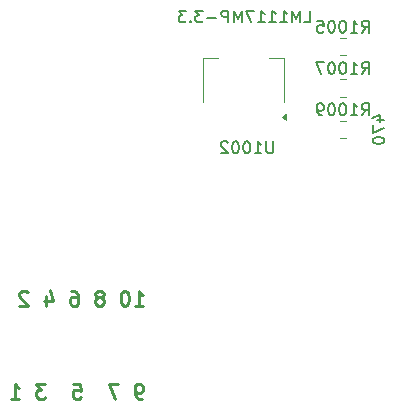
<source format=gbr>
%TF.GenerationSoftware,KiCad,Pcbnew,8.0.1*%
%TF.CreationDate,2024-03-28T11:36:42+01:00*%
%TF.ProjectId,pc1715-esp32vga,70633137-3135-42d6-9573-703332766761,rev?*%
%TF.SameCoordinates,Original*%
%TF.FileFunction,Legend,Bot*%
%TF.FilePolarity,Positive*%
%FSLAX46Y46*%
G04 Gerber Fmt 4.6, Leading zero omitted, Abs format (unit mm)*
G04 Created by KiCad (PCBNEW 8.0.1) date 2024-03-28 11:36:42*
%MOMM*%
%LPD*%
G01*
G04 APERTURE LIST*
%ADD10C,0.250000*%
%ADD11C,0.150000*%
%ADD12C,0.120000*%
G04 APERTURE END LIST*
D10*
X161443146Y-76542023D02*
X162157431Y-76542023D01*
X161800288Y-76542023D02*
X161800288Y-75292023D01*
X161800288Y-75292023D02*
X161919336Y-75470595D01*
X161919336Y-75470595D02*
X162038384Y-75589642D01*
X162038384Y-75589642D02*
X162157431Y-75649166D01*
X160669336Y-75292023D02*
X160550289Y-75292023D01*
X160550289Y-75292023D02*
X160431241Y-75351547D01*
X160431241Y-75351547D02*
X160371717Y-75411071D01*
X160371717Y-75411071D02*
X160312193Y-75530119D01*
X160312193Y-75530119D02*
X160252670Y-75768214D01*
X160252670Y-75768214D02*
X160252670Y-76065833D01*
X160252670Y-76065833D02*
X160312193Y-76303928D01*
X160312193Y-76303928D02*
X160371717Y-76422976D01*
X160371717Y-76422976D02*
X160431241Y-76482500D01*
X160431241Y-76482500D02*
X160550289Y-76542023D01*
X160550289Y-76542023D02*
X160669336Y-76542023D01*
X160669336Y-76542023D02*
X160788384Y-76482500D01*
X160788384Y-76482500D02*
X160847908Y-76422976D01*
X160847908Y-76422976D02*
X160907431Y-76303928D01*
X160907431Y-76303928D02*
X160966955Y-76065833D01*
X160966955Y-76065833D02*
X160966955Y-75768214D01*
X160966955Y-75768214D02*
X160907431Y-75530119D01*
X160907431Y-75530119D02*
X160847908Y-75411071D01*
X160847908Y-75411071D02*
X160788384Y-75351547D01*
X160788384Y-75351547D02*
X160669336Y-75292023D01*
X158586003Y-75827738D02*
X158705051Y-75768214D01*
X158705051Y-75768214D02*
X158764574Y-75708690D01*
X158764574Y-75708690D02*
X158824098Y-75589642D01*
X158824098Y-75589642D02*
X158824098Y-75530119D01*
X158824098Y-75530119D02*
X158764574Y-75411071D01*
X158764574Y-75411071D02*
X158705051Y-75351547D01*
X158705051Y-75351547D02*
X158586003Y-75292023D01*
X158586003Y-75292023D02*
X158347908Y-75292023D01*
X158347908Y-75292023D02*
X158228860Y-75351547D01*
X158228860Y-75351547D02*
X158169336Y-75411071D01*
X158169336Y-75411071D02*
X158109813Y-75530119D01*
X158109813Y-75530119D02*
X158109813Y-75589642D01*
X158109813Y-75589642D02*
X158169336Y-75708690D01*
X158169336Y-75708690D02*
X158228860Y-75768214D01*
X158228860Y-75768214D02*
X158347908Y-75827738D01*
X158347908Y-75827738D02*
X158586003Y-75827738D01*
X158586003Y-75827738D02*
X158705051Y-75887261D01*
X158705051Y-75887261D02*
X158764574Y-75946785D01*
X158764574Y-75946785D02*
X158824098Y-76065833D01*
X158824098Y-76065833D02*
X158824098Y-76303928D01*
X158824098Y-76303928D02*
X158764574Y-76422976D01*
X158764574Y-76422976D02*
X158705051Y-76482500D01*
X158705051Y-76482500D02*
X158586003Y-76542023D01*
X158586003Y-76542023D02*
X158347908Y-76542023D01*
X158347908Y-76542023D02*
X158228860Y-76482500D01*
X158228860Y-76482500D02*
X158169336Y-76422976D01*
X158169336Y-76422976D02*
X158109813Y-76303928D01*
X158109813Y-76303928D02*
X158109813Y-76065833D01*
X158109813Y-76065833D02*
X158169336Y-75946785D01*
X158169336Y-75946785D02*
X158228860Y-75887261D01*
X158228860Y-75887261D02*
X158347908Y-75827738D01*
X156086003Y-75292023D02*
X156324098Y-75292023D01*
X156324098Y-75292023D02*
X156443146Y-75351547D01*
X156443146Y-75351547D02*
X156502670Y-75411071D01*
X156502670Y-75411071D02*
X156621717Y-75589642D01*
X156621717Y-75589642D02*
X156681241Y-75827738D01*
X156681241Y-75827738D02*
X156681241Y-76303928D01*
X156681241Y-76303928D02*
X156621717Y-76422976D01*
X156621717Y-76422976D02*
X156562194Y-76482500D01*
X156562194Y-76482500D02*
X156443146Y-76542023D01*
X156443146Y-76542023D02*
X156205051Y-76542023D01*
X156205051Y-76542023D02*
X156086003Y-76482500D01*
X156086003Y-76482500D02*
X156026479Y-76422976D01*
X156026479Y-76422976D02*
X155966956Y-76303928D01*
X155966956Y-76303928D02*
X155966956Y-76006309D01*
X155966956Y-76006309D02*
X156026479Y-75887261D01*
X156026479Y-75887261D02*
X156086003Y-75827738D01*
X156086003Y-75827738D02*
X156205051Y-75768214D01*
X156205051Y-75768214D02*
X156443146Y-75768214D01*
X156443146Y-75768214D02*
X156562194Y-75827738D01*
X156562194Y-75827738D02*
X156621717Y-75887261D01*
X156621717Y-75887261D02*
X156681241Y-76006309D01*
X153943146Y-75708690D02*
X153943146Y-76542023D01*
X154240765Y-75232500D02*
X154538384Y-76125357D01*
X154538384Y-76125357D02*
X153764575Y-76125357D01*
X152395527Y-75411071D02*
X152336003Y-75351547D01*
X152336003Y-75351547D02*
X152216956Y-75292023D01*
X152216956Y-75292023D02*
X151919337Y-75292023D01*
X151919337Y-75292023D02*
X151800289Y-75351547D01*
X151800289Y-75351547D02*
X151740765Y-75411071D01*
X151740765Y-75411071D02*
X151681242Y-75530119D01*
X151681242Y-75530119D02*
X151681242Y-75649166D01*
X151681242Y-75649166D02*
X151740765Y-75827738D01*
X151740765Y-75827738D02*
X152455051Y-76542023D01*
X152455051Y-76542023D02*
X151681242Y-76542023D01*
X162038384Y-84416023D02*
X161800288Y-84416023D01*
X161800288Y-84416023D02*
X161681241Y-84356500D01*
X161681241Y-84356500D02*
X161621717Y-84296976D01*
X161621717Y-84296976D02*
X161502669Y-84118404D01*
X161502669Y-84118404D02*
X161443146Y-83880309D01*
X161443146Y-83880309D02*
X161443146Y-83404119D01*
X161443146Y-83404119D02*
X161502669Y-83285071D01*
X161502669Y-83285071D02*
X161562193Y-83225547D01*
X161562193Y-83225547D02*
X161681241Y-83166023D01*
X161681241Y-83166023D02*
X161919336Y-83166023D01*
X161919336Y-83166023D02*
X162038384Y-83225547D01*
X162038384Y-83225547D02*
X162097907Y-83285071D01*
X162097907Y-83285071D02*
X162157431Y-83404119D01*
X162157431Y-83404119D02*
X162157431Y-83701738D01*
X162157431Y-83701738D02*
X162097907Y-83820785D01*
X162097907Y-83820785D02*
X162038384Y-83880309D01*
X162038384Y-83880309D02*
X161919336Y-83939833D01*
X161919336Y-83939833D02*
X161681241Y-83939833D01*
X161681241Y-83939833D02*
X161562193Y-83880309D01*
X161562193Y-83880309D02*
X161502669Y-83820785D01*
X161502669Y-83820785D02*
X161443146Y-83701738D01*
X160074098Y-83166023D02*
X159240765Y-83166023D01*
X159240765Y-83166023D02*
X159776479Y-84416023D01*
X156264574Y-83166023D02*
X156859812Y-83166023D01*
X156859812Y-83166023D02*
X156919336Y-83761261D01*
X156919336Y-83761261D02*
X156859812Y-83701738D01*
X156859812Y-83701738D02*
X156740765Y-83642214D01*
X156740765Y-83642214D02*
X156443146Y-83642214D01*
X156443146Y-83642214D02*
X156324098Y-83701738D01*
X156324098Y-83701738D02*
X156264574Y-83761261D01*
X156264574Y-83761261D02*
X156205051Y-83880309D01*
X156205051Y-83880309D02*
X156205051Y-84177928D01*
X156205051Y-84177928D02*
X156264574Y-84296976D01*
X156264574Y-84296976D02*
X156324098Y-84356500D01*
X156324098Y-84356500D02*
X156443146Y-84416023D01*
X156443146Y-84416023D02*
X156740765Y-84416023D01*
X156740765Y-84416023D02*
X156859812Y-84356500D01*
X156859812Y-84356500D02*
X156919336Y-84296976D01*
X153883622Y-83166023D02*
X153109813Y-83166023D01*
X153109813Y-83166023D02*
X153526479Y-83642214D01*
X153526479Y-83642214D02*
X153347908Y-83642214D01*
X153347908Y-83642214D02*
X153228860Y-83701738D01*
X153228860Y-83701738D02*
X153169336Y-83761261D01*
X153169336Y-83761261D02*
X153109813Y-83880309D01*
X153109813Y-83880309D02*
X153109813Y-84177928D01*
X153109813Y-84177928D02*
X153169336Y-84296976D01*
X153169336Y-84296976D02*
X153228860Y-84356500D01*
X153228860Y-84356500D02*
X153347908Y-84416023D01*
X153347908Y-84416023D02*
X153705051Y-84416023D01*
X153705051Y-84416023D02*
X153824098Y-84356500D01*
X153824098Y-84356500D02*
X153883622Y-84296976D01*
X150966956Y-84416023D02*
X151681241Y-84416023D01*
X151324098Y-84416023D02*
X151324098Y-83166023D01*
X151324098Y-83166023D02*
X151443146Y-83344595D01*
X151443146Y-83344595D02*
X151562194Y-83463642D01*
X151562194Y-83463642D02*
X151681241Y-83523166D01*
D11*
X180681238Y-56914819D02*
X181014571Y-56438628D01*
X181252666Y-56914819D02*
X181252666Y-55914819D01*
X181252666Y-55914819D02*
X180871714Y-55914819D01*
X180871714Y-55914819D02*
X180776476Y-55962438D01*
X180776476Y-55962438D02*
X180728857Y-56010057D01*
X180728857Y-56010057D02*
X180681238Y-56105295D01*
X180681238Y-56105295D02*
X180681238Y-56248152D01*
X180681238Y-56248152D02*
X180728857Y-56343390D01*
X180728857Y-56343390D02*
X180776476Y-56391009D01*
X180776476Y-56391009D02*
X180871714Y-56438628D01*
X180871714Y-56438628D02*
X181252666Y-56438628D01*
X179728857Y-56914819D02*
X180300285Y-56914819D01*
X180014571Y-56914819D02*
X180014571Y-55914819D01*
X180014571Y-55914819D02*
X180109809Y-56057676D01*
X180109809Y-56057676D02*
X180205047Y-56152914D01*
X180205047Y-56152914D02*
X180300285Y-56200533D01*
X179109809Y-55914819D02*
X179014571Y-55914819D01*
X179014571Y-55914819D02*
X178919333Y-55962438D01*
X178919333Y-55962438D02*
X178871714Y-56010057D01*
X178871714Y-56010057D02*
X178824095Y-56105295D01*
X178824095Y-56105295D02*
X178776476Y-56295771D01*
X178776476Y-56295771D02*
X178776476Y-56533866D01*
X178776476Y-56533866D02*
X178824095Y-56724342D01*
X178824095Y-56724342D02*
X178871714Y-56819580D01*
X178871714Y-56819580D02*
X178919333Y-56867200D01*
X178919333Y-56867200D02*
X179014571Y-56914819D01*
X179014571Y-56914819D02*
X179109809Y-56914819D01*
X179109809Y-56914819D02*
X179205047Y-56867200D01*
X179205047Y-56867200D02*
X179252666Y-56819580D01*
X179252666Y-56819580D02*
X179300285Y-56724342D01*
X179300285Y-56724342D02*
X179347904Y-56533866D01*
X179347904Y-56533866D02*
X179347904Y-56295771D01*
X179347904Y-56295771D02*
X179300285Y-56105295D01*
X179300285Y-56105295D02*
X179252666Y-56010057D01*
X179252666Y-56010057D02*
X179205047Y-55962438D01*
X179205047Y-55962438D02*
X179109809Y-55914819D01*
X178157428Y-55914819D02*
X178062190Y-55914819D01*
X178062190Y-55914819D02*
X177966952Y-55962438D01*
X177966952Y-55962438D02*
X177919333Y-56010057D01*
X177919333Y-56010057D02*
X177871714Y-56105295D01*
X177871714Y-56105295D02*
X177824095Y-56295771D01*
X177824095Y-56295771D02*
X177824095Y-56533866D01*
X177824095Y-56533866D02*
X177871714Y-56724342D01*
X177871714Y-56724342D02*
X177919333Y-56819580D01*
X177919333Y-56819580D02*
X177966952Y-56867200D01*
X177966952Y-56867200D02*
X178062190Y-56914819D01*
X178062190Y-56914819D02*
X178157428Y-56914819D01*
X178157428Y-56914819D02*
X178252666Y-56867200D01*
X178252666Y-56867200D02*
X178300285Y-56819580D01*
X178300285Y-56819580D02*
X178347904Y-56724342D01*
X178347904Y-56724342D02*
X178395523Y-56533866D01*
X178395523Y-56533866D02*
X178395523Y-56295771D01*
X178395523Y-56295771D02*
X178347904Y-56105295D01*
X178347904Y-56105295D02*
X178300285Y-56010057D01*
X178300285Y-56010057D02*
X178252666Y-55962438D01*
X178252666Y-55962438D02*
X178157428Y-55914819D01*
X177490761Y-55914819D02*
X176824095Y-55914819D01*
X176824095Y-55914819D02*
X177252666Y-56914819D01*
X180681238Y-53414819D02*
X181014571Y-52938628D01*
X181252666Y-53414819D02*
X181252666Y-52414819D01*
X181252666Y-52414819D02*
X180871714Y-52414819D01*
X180871714Y-52414819D02*
X180776476Y-52462438D01*
X180776476Y-52462438D02*
X180728857Y-52510057D01*
X180728857Y-52510057D02*
X180681238Y-52605295D01*
X180681238Y-52605295D02*
X180681238Y-52748152D01*
X180681238Y-52748152D02*
X180728857Y-52843390D01*
X180728857Y-52843390D02*
X180776476Y-52891009D01*
X180776476Y-52891009D02*
X180871714Y-52938628D01*
X180871714Y-52938628D02*
X181252666Y-52938628D01*
X179728857Y-53414819D02*
X180300285Y-53414819D01*
X180014571Y-53414819D02*
X180014571Y-52414819D01*
X180014571Y-52414819D02*
X180109809Y-52557676D01*
X180109809Y-52557676D02*
X180205047Y-52652914D01*
X180205047Y-52652914D02*
X180300285Y-52700533D01*
X179109809Y-52414819D02*
X179014571Y-52414819D01*
X179014571Y-52414819D02*
X178919333Y-52462438D01*
X178919333Y-52462438D02*
X178871714Y-52510057D01*
X178871714Y-52510057D02*
X178824095Y-52605295D01*
X178824095Y-52605295D02*
X178776476Y-52795771D01*
X178776476Y-52795771D02*
X178776476Y-53033866D01*
X178776476Y-53033866D02*
X178824095Y-53224342D01*
X178824095Y-53224342D02*
X178871714Y-53319580D01*
X178871714Y-53319580D02*
X178919333Y-53367200D01*
X178919333Y-53367200D02*
X179014571Y-53414819D01*
X179014571Y-53414819D02*
X179109809Y-53414819D01*
X179109809Y-53414819D02*
X179205047Y-53367200D01*
X179205047Y-53367200D02*
X179252666Y-53319580D01*
X179252666Y-53319580D02*
X179300285Y-53224342D01*
X179300285Y-53224342D02*
X179347904Y-53033866D01*
X179347904Y-53033866D02*
X179347904Y-52795771D01*
X179347904Y-52795771D02*
X179300285Y-52605295D01*
X179300285Y-52605295D02*
X179252666Y-52510057D01*
X179252666Y-52510057D02*
X179205047Y-52462438D01*
X179205047Y-52462438D02*
X179109809Y-52414819D01*
X178157428Y-52414819D02*
X178062190Y-52414819D01*
X178062190Y-52414819D02*
X177966952Y-52462438D01*
X177966952Y-52462438D02*
X177919333Y-52510057D01*
X177919333Y-52510057D02*
X177871714Y-52605295D01*
X177871714Y-52605295D02*
X177824095Y-52795771D01*
X177824095Y-52795771D02*
X177824095Y-53033866D01*
X177824095Y-53033866D02*
X177871714Y-53224342D01*
X177871714Y-53224342D02*
X177919333Y-53319580D01*
X177919333Y-53319580D02*
X177966952Y-53367200D01*
X177966952Y-53367200D02*
X178062190Y-53414819D01*
X178062190Y-53414819D02*
X178157428Y-53414819D01*
X178157428Y-53414819D02*
X178252666Y-53367200D01*
X178252666Y-53367200D02*
X178300285Y-53319580D01*
X178300285Y-53319580D02*
X178347904Y-53224342D01*
X178347904Y-53224342D02*
X178395523Y-53033866D01*
X178395523Y-53033866D02*
X178395523Y-52795771D01*
X178395523Y-52795771D02*
X178347904Y-52605295D01*
X178347904Y-52605295D02*
X178300285Y-52510057D01*
X178300285Y-52510057D02*
X178252666Y-52462438D01*
X178252666Y-52462438D02*
X178157428Y-52414819D01*
X176919333Y-52414819D02*
X177395523Y-52414819D01*
X177395523Y-52414819D02*
X177443142Y-52891009D01*
X177443142Y-52891009D02*
X177395523Y-52843390D01*
X177395523Y-52843390D02*
X177300285Y-52795771D01*
X177300285Y-52795771D02*
X177062190Y-52795771D01*
X177062190Y-52795771D02*
X176966952Y-52843390D01*
X176966952Y-52843390D02*
X176919333Y-52891009D01*
X176919333Y-52891009D02*
X176871714Y-52986247D01*
X176871714Y-52986247D02*
X176871714Y-53224342D01*
X176871714Y-53224342D02*
X176919333Y-53319580D01*
X176919333Y-53319580D02*
X176966952Y-53367200D01*
X176966952Y-53367200D02*
X177062190Y-53414819D01*
X177062190Y-53414819D02*
X177300285Y-53414819D01*
X177300285Y-53414819D02*
X177395523Y-53367200D01*
X177395523Y-53367200D02*
X177443142Y-53319580D01*
X173176974Y-62626318D02*
X173176974Y-63435841D01*
X173176974Y-63435841D02*
X173129355Y-63531079D01*
X173129355Y-63531079D02*
X173081736Y-63578699D01*
X173081736Y-63578699D02*
X172986498Y-63626318D01*
X172986498Y-63626318D02*
X172796022Y-63626318D01*
X172796022Y-63626318D02*
X172700784Y-63578699D01*
X172700784Y-63578699D02*
X172653165Y-63531079D01*
X172653165Y-63531079D02*
X172605546Y-63435841D01*
X172605546Y-63435841D02*
X172605546Y-62626318D01*
X171605546Y-63626318D02*
X172176974Y-63626318D01*
X171891260Y-63626318D02*
X171891260Y-62626318D01*
X171891260Y-62626318D02*
X171986498Y-62769175D01*
X171986498Y-62769175D02*
X172081736Y-62864413D01*
X172081736Y-62864413D02*
X172176974Y-62912032D01*
X170986498Y-62626318D02*
X170891260Y-62626318D01*
X170891260Y-62626318D02*
X170796022Y-62673937D01*
X170796022Y-62673937D02*
X170748403Y-62721556D01*
X170748403Y-62721556D02*
X170700784Y-62816794D01*
X170700784Y-62816794D02*
X170653165Y-63007270D01*
X170653165Y-63007270D02*
X170653165Y-63245365D01*
X170653165Y-63245365D02*
X170700784Y-63435841D01*
X170700784Y-63435841D02*
X170748403Y-63531079D01*
X170748403Y-63531079D02*
X170796022Y-63578699D01*
X170796022Y-63578699D02*
X170891260Y-63626318D01*
X170891260Y-63626318D02*
X170986498Y-63626318D01*
X170986498Y-63626318D02*
X171081736Y-63578699D01*
X171081736Y-63578699D02*
X171129355Y-63531079D01*
X171129355Y-63531079D02*
X171176974Y-63435841D01*
X171176974Y-63435841D02*
X171224593Y-63245365D01*
X171224593Y-63245365D02*
X171224593Y-63007270D01*
X171224593Y-63007270D02*
X171176974Y-62816794D01*
X171176974Y-62816794D02*
X171129355Y-62721556D01*
X171129355Y-62721556D02*
X171081736Y-62673937D01*
X171081736Y-62673937D02*
X170986498Y-62626318D01*
X170034117Y-62626318D02*
X169938879Y-62626318D01*
X169938879Y-62626318D02*
X169843641Y-62673937D01*
X169843641Y-62673937D02*
X169796022Y-62721556D01*
X169796022Y-62721556D02*
X169748403Y-62816794D01*
X169748403Y-62816794D02*
X169700784Y-63007270D01*
X169700784Y-63007270D02*
X169700784Y-63245365D01*
X169700784Y-63245365D02*
X169748403Y-63435841D01*
X169748403Y-63435841D02*
X169796022Y-63531079D01*
X169796022Y-63531079D02*
X169843641Y-63578699D01*
X169843641Y-63578699D02*
X169938879Y-63626318D01*
X169938879Y-63626318D02*
X170034117Y-63626318D01*
X170034117Y-63626318D02*
X170129355Y-63578699D01*
X170129355Y-63578699D02*
X170176974Y-63531079D01*
X170176974Y-63531079D02*
X170224593Y-63435841D01*
X170224593Y-63435841D02*
X170272212Y-63245365D01*
X170272212Y-63245365D02*
X170272212Y-63007270D01*
X170272212Y-63007270D02*
X170224593Y-62816794D01*
X170224593Y-62816794D02*
X170176974Y-62721556D01*
X170176974Y-62721556D02*
X170129355Y-62673937D01*
X170129355Y-62673937D02*
X170034117Y-62626318D01*
X169319831Y-62721556D02*
X169272212Y-62673937D01*
X169272212Y-62673937D02*
X169176974Y-62626318D01*
X169176974Y-62626318D02*
X168938879Y-62626318D01*
X168938879Y-62626318D02*
X168843641Y-62673937D01*
X168843641Y-62673937D02*
X168796022Y-62721556D01*
X168796022Y-62721556D02*
X168748403Y-62816794D01*
X168748403Y-62816794D02*
X168748403Y-62912032D01*
X168748403Y-62912032D02*
X168796022Y-63054889D01*
X168796022Y-63054889D02*
X169367450Y-63626318D01*
X169367450Y-63626318D02*
X168748403Y-63626318D01*
X175780118Y-52546319D02*
X176256308Y-52546319D01*
X176256308Y-52546319D02*
X176256308Y-51546319D01*
X175446784Y-52546319D02*
X175446784Y-51546319D01*
X175446784Y-51546319D02*
X175113451Y-52260604D01*
X175113451Y-52260604D02*
X174780118Y-51546319D01*
X174780118Y-51546319D02*
X174780118Y-52546319D01*
X173780118Y-52546319D02*
X174351546Y-52546319D01*
X174065832Y-52546319D02*
X174065832Y-51546319D01*
X174065832Y-51546319D02*
X174161070Y-51689176D01*
X174161070Y-51689176D02*
X174256308Y-51784414D01*
X174256308Y-51784414D02*
X174351546Y-51832033D01*
X172827737Y-52546319D02*
X173399165Y-52546319D01*
X173113451Y-52546319D02*
X173113451Y-51546319D01*
X173113451Y-51546319D02*
X173208689Y-51689176D01*
X173208689Y-51689176D02*
X173303927Y-51784414D01*
X173303927Y-51784414D02*
X173399165Y-51832033D01*
X171875356Y-52546319D02*
X172446784Y-52546319D01*
X172161070Y-52546319D02*
X172161070Y-51546319D01*
X172161070Y-51546319D02*
X172256308Y-51689176D01*
X172256308Y-51689176D02*
X172351546Y-51784414D01*
X172351546Y-51784414D02*
X172446784Y-51832033D01*
X171542022Y-51546319D02*
X170875356Y-51546319D01*
X170875356Y-51546319D02*
X171303927Y-52546319D01*
X170494403Y-52546319D02*
X170494403Y-51546319D01*
X170494403Y-51546319D02*
X170161070Y-52260604D01*
X170161070Y-52260604D02*
X169827737Y-51546319D01*
X169827737Y-51546319D02*
X169827737Y-52546319D01*
X169351546Y-52546319D02*
X169351546Y-51546319D01*
X169351546Y-51546319D02*
X168970594Y-51546319D01*
X168970594Y-51546319D02*
X168875356Y-51593938D01*
X168875356Y-51593938D02*
X168827737Y-51641557D01*
X168827737Y-51641557D02*
X168780118Y-51736795D01*
X168780118Y-51736795D02*
X168780118Y-51879652D01*
X168780118Y-51879652D02*
X168827737Y-51974890D01*
X168827737Y-51974890D02*
X168875356Y-52022509D01*
X168875356Y-52022509D02*
X168970594Y-52070128D01*
X168970594Y-52070128D02*
X169351546Y-52070128D01*
X168351546Y-52165366D02*
X167589642Y-52165366D01*
X167208689Y-51546319D02*
X166589642Y-51546319D01*
X166589642Y-51546319D02*
X166922975Y-51927271D01*
X166922975Y-51927271D02*
X166780118Y-51927271D01*
X166780118Y-51927271D02*
X166684880Y-51974890D01*
X166684880Y-51974890D02*
X166637261Y-52022509D01*
X166637261Y-52022509D02*
X166589642Y-52117747D01*
X166589642Y-52117747D02*
X166589642Y-52355842D01*
X166589642Y-52355842D02*
X166637261Y-52451080D01*
X166637261Y-52451080D02*
X166684880Y-52498700D01*
X166684880Y-52498700D02*
X166780118Y-52546319D01*
X166780118Y-52546319D02*
X167065832Y-52546319D01*
X167065832Y-52546319D02*
X167161070Y-52498700D01*
X167161070Y-52498700D02*
X167208689Y-52451080D01*
X166161070Y-52451080D02*
X166113451Y-52498700D01*
X166113451Y-52498700D02*
X166161070Y-52546319D01*
X166161070Y-52546319D02*
X166208689Y-52498700D01*
X166208689Y-52498700D02*
X166161070Y-52451080D01*
X166161070Y-52451080D02*
X166161070Y-52546319D01*
X165780118Y-51546319D02*
X165161071Y-51546319D01*
X165161071Y-51546319D02*
X165494404Y-51927271D01*
X165494404Y-51927271D02*
X165351547Y-51927271D01*
X165351547Y-51927271D02*
X165256309Y-51974890D01*
X165256309Y-51974890D02*
X165208690Y-52022509D01*
X165208690Y-52022509D02*
X165161071Y-52117747D01*
X165161071Y-52117747D02*
X165161071Y-52355842D01*
X165161071Y-52355842D02*
X165208690Y-52451080D01*
X165208690Y-52451080D02*
X165256309Y-52498700D01*
X165256309Y-52498700D02*
X165351547Y-52546319D01*
X165351547Y-52546319D02*
X165637261Y-52546319D01*
X165637261Y-52546319D02*
X165732499Y-52498700D01*
X165732499Y-52498700D02*
X165780118Y-52451080D01*
X180681238Y-60414819D02*
X181014571Y-59938628D01*
X181252666Y-60414819D02*
X181252666Y-59414819D01*
X181252666Y-59414819D02*
X180871714Y-59414819D01*
X180871714Y-59414819D02*
X180776476Y-59462438D01*
X180776476Y-59462438D02*
X180728857Y-59510057D01*
X180728857Y-59510057D02*
X180681238Y-59605295D01*
X180681238Y-59605295D02*
X180681238Y-59748152D01*
X180681238Y-59748152D02*
X180728857Y-59843390D01*
X180728857Y-59843390D02*
X180776476Y-59891009D01*
X180776476Y-59891009D02*
X180871714Y-59938628D01*
X180871714Y-59938628D02*
X181252666Y-59938628D01*
X179728857Y-60414819D02*
X180300285Y-60414819D01*
X180014571Y-60414819D02*
X180014571Y-59414819D01*
X180014571Y-59414819D02*
X180109809Y-59557676D01*
X180109809Y-59557676D02*
X180205047Y-59652914D01*
X180205047Y-59652914D02*
X180300285Y-59700533D01*
X179109809Y-59414819D02*
X179014571Y-59414819D01*
X179014571Y-59414819D02*
X178919333Y-59462438D01*
X178919333Y-59462438D02*
X178871714Y-59510057D01*
X178871714Y-59510057D02*
X178824095Y-59605295D01*
X178824095Y-59605295D02*
X178776476Y-59795771D01*
X178776476Y-59795771D02*
X178776476Y-60033866D01*
X178776476Y-60033866D02*
X178824095Y-60224342D01*
X178824095Y-60224342D02*
X178871714Y-60319580D01*
X178871714Y-60319580D02*
X178919333Y-60367200D01*
X178919333Y-60367200D02*
X179014571Y-60414819D01*
X179014571Y-60414819D02*
X179109809Y-60414819D01*
X179109809Y-60414819D02*
X179205047Y-60367200D01*
X179205047Y-60367200D02*
X179252666Y-60319580D01*
X179252666Y-60319580D02*
X179300285Y-60224342D01*
X179300285Y-60224342D02*
X179347904Y-60033866D01*
X179347904Y-60033866D02*
X179347904Y-59795771D01*
X179347904Y-59795771D02*
X179300285Y-59605295D01*
X179300285Y-59605295D02*
X179252666Y-59510057D01*
X179252666Y-59510057D02*
X179205047Y-59462438D01*
X179205047Y-59462438D02*
X179109809Y-59414819D01*
X178157428Y-59414819D02*
X178062190Y-59414819D01*
X178062190Y-59414819D02*
X177966952Y-59462438D01*
X177966952Y-59462438D02*
X177919333Y-59510057D01*
X177919333Y-59510057D02*
X177871714Y-59605295D01*
X177871714Y-59605295D02*
X177824095Y-59795771D01*
X177824095Y-59795771D02*
X177824095Y-60033866D01*
X177824095Y-60033866D02*
X177871714Y-60224342D01*
X177871714Y-60224342D02*
X177919333Y-60319580D01*
X177919333Y-60319580D02*
X177966952Y-60367200D01*
X177966952Y-60367200D02*
X178062190Y-60414819D01*
X178062190Y-60414819D02*
X178157428Y-60414819D01*
X178157428Y-60414819D02*
X178252666Y-60367200D01*
X178252666Y-60367200D02*
X178300285Y-60319580D01*
X178300285Y-60319580D02*
X178347904Y-60224342D01*
X178347904Y-60224342D02*
X178395523Y-60033866D01*
X178395523Y-60033866D02*
X178395523Y-59795771D01*
X178395523Y-59795771D02*
X178347904Y-59605295D01*
X178347904Y-59605295D02*
X178300285Y-59510057D01*
X178300285Y-59510057D02*
X178252666Y-59462438D01*
X178252666Y-59462438D02*
X178157428Y-59414819D01*
X177347904Y-60414819D02*
X177157428Y-60414819D01*
X177157428Y-60414819D02*
X177062190Y-60367200D01*
X177062190Y-60367200D02*
X177014571Y-60319580D01*
X177014571Y-60319580D02*
X176919333Y-60176723D01*
X176919333Y-60176723D02*
X176871714Y-59986247D01*
X176871714Y-59986247D02*
X176871714Y-59605295D01*
X176871714Y-59605295D02*
X176919333Y-59510057D01*
X176919333Y-59510057D02*
X176966952Y-59462438D01*
X176966952Y-59462438D02*
X177062190Y-59414819D01*
X177062190Y-59414819D02*
X177252666Y-59414819D01*
X177252666Y-59414819D02*
X177347904Y-59462438D01*
X177347904Y-59462438D02*
X177395523Y-59510057D01*
X177395523Y-59510057D02*
X177443142Y-59605295D01*
X177443142Y-59605295D02*
X177443142Y-59843390D01*
X177443142Y-59843390D02*
X177395523Y-59938628D01*
X177395523Y-59938628D02*
X177347904Y-59986247D01*
X177347904Y-59986247D02*
X177252666Y-60033866D01*
X177252666Y-60033866D02*
X177062190Y-60033866D01*
X177062190Y-60033866D02*
X176966952Y-59986247D01*
X176966952Y-59986247D02*
X176919333Y-59938628D01*
X176919333Y-59938628D02*
X176871714Y-59843390D01*
X181924152Y-60848095D02*
X182590819Y-60848095D01*
X181543200Y-60610000D02*
X182257485Y-60371905D01*
X182257485Y-60371905D02*
X182257485Y-60990952D01*
X181590819Y-61276667D02*
X181590819Y-61943333D01*
X181590819Y-61943333D02*
X182590819Y-61514762D01*
X181590819Y-62514762D02*
X181590819Y-62610000D01*
X181590819Y-62610000D02*
X181638438Y-62705238D01*
X181638438Y-62705238D02*
X181686057Y-62752857D01*
X181686057Y-62752857D02*
X181781295Y-62800476D01*
X181781295Y-62800476D02*
X181971771Y-62848095D01*
X181971771Y-62848095D02*
X182209866Y-62848095D01*
X182209866Y-62848095D02*
X182400342Y-62800476D01*
X182400342Y-62800476D02*
X182495580Y-62752857D01*
X182495580Y-62752857D02*
X182543200Y-62705238D01*
X182543200Y-62705238D02*
X182590819Y-62610000D01*
X182590819Y-62610000D02*
X182590819Y-62514762D01*
X182590819Y-62514762D02*
X182543200Y-62419524D01*
X182543200Y-62419524D02*
X182495580Y-62371905D01*
X182495580Y-62371905D02*
X182400342Y-62324286D01*
X182400342Y-62324286D02*
X182209866Y-62276667D01*
X182209866Y-62276667D02*
X181971771Y-62276667D01*
X181971771Y-62276667D02*
X181781295Y-62324286D01*
X181781295Y-62324286D02*
X181686057Y-62371905D01*
X181686057Y-62371905D02*
X181638438Y-62419524D01*
X181638438Y-62419524D02*
X181590819Y-62514762D01*
D12*
%TO.C,R1007*%
X178858936Y-57375000D02*
X179313064Y-57375000D01*
X178858936Y-58845000D02*
X179313064Y-58845000D01*
%TO.C,R1005*%
X178858936Y-53875000D02*
X179313064Y-53875000D01*
X178858936Y-55345000D02*
X179313064Y-55345000D01*
%TO.C,U1002*%
X167240500Y-55531500D02*
X167240500Y-59291500D01*
X168500500Y-55531500D02*
X167240500Y-55531500D01*
X172800500Y-55531500D02*
X174060500Y-55531500D01*
X174060500Y-55531500D02*
X174060500Y-59291500D01*
X174290500Y-60811500D02*
X173960500Y-60571500D01*
X174290500Y-60331500D01*
X174290500Y-60811500D01*
G36*
X174290500Y-60811500D02*
G01*
X173960500Y-60571500D01*
X174290500Y-60331500D01*
X174290500Y-60811500D01*
G37*
%TO.C,R1009*%
X178858936Y-60875000D02*
X179313064Y-60875000D01*
X178858936Y-62345000D02*
X179313064Y-62345000D01*
%TD*%
M02*

</source>
